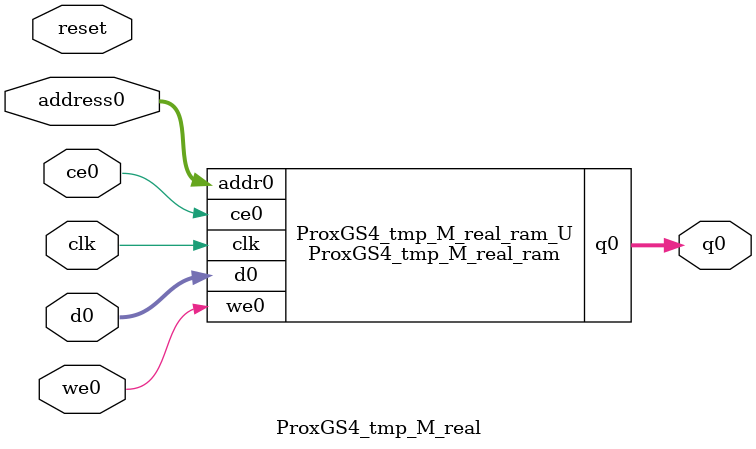
<source format=v>
`timescale 1 ns / 1 ps
module ProxGS4_tmp_M_real_ram (addr0, ce0, d0, we0, q0,  clk);

parameter DWIDTH = 32;
parameter AWIDTH = 14;
parameter MEM_SIZE = 16384;

input[AWIDTH-1:0] addr0;
input ce0;
input[DWIDTH-1:0] d0;
input we0;
output reg[DWIDTH-1:0] q0;
input clk;

(* ram_style = "block" *)reg [DWIDTH-1:0] ram[0:MEM_SIZE-1];




always @(posedge clk)  
begin 
    if (ce0) begin
        if (we0) 
            ram[addr0] <= d0; 
        q0 <= ram[addr0];
    end
end


endmodule

`timescale 1 ns / 1 ps
module ProxGS4_tmp_M_real(
    reset,
    clk,
    address0,
    ce0,
    we0,
    d0,
    q0);

parameter DataWidth = 32'd32;
parameter AddressRange = 32'd16384;
parameter AddressWidth = 32'd14;
input reset;
input clk;
input[AddressWidth - 1:0] address0;
input ce0;
input we0;
input[DataWidth - 1:0] d0;
output[DataWidth - 1:0] q0;



ProxGS4_tmp_M_real_ram ProxGS4_tmp_M_real_ram_U(
    .clk( clk ),
    .addr0( address0 ),
    .ce0( ce0 ),
    .we0( we0 ),
    .d0( d0 ),
    .q0( q0 ));

endmodule


</source>
